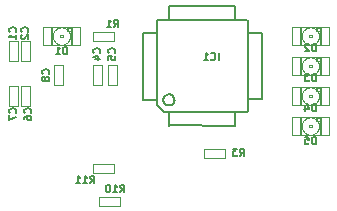
<source format=gbo>
G04 (created by PCBNEW-RS274X (2011-07-08)-stable) date Wed 23 Nov 2011 11:36:48 PM EST*
G01*
G70*
G90*
%MOIN*%
G04 Gerber Fmt 3.4, Leading zero omitted, Abs format*
%FSLAX34Y34*%
G04 APERTURE LIST*
%ADD10C,0.006000*%
%ADD11C,0.002600*%
%ADD12C,0.004000*%
%ADD13C,0.003000*%
%ADD14C,0.006300*%
G04 APERTURE END LIST*
G54D10*
G54D11*
X24061Y-30961D02*
X24139Y-30961D01*
X24139Y-30961D02*
X24139Y-31039D01*
X24061Y-31039D02*
X24139Y-31039D01*
X24061Y-30961D02*
X24061Y-31039D01*
X24277Y-30725D02*
X24414Y-30725D01*
X24414Y-30725D02*
X24414Y-30823D01*
X24277Y-30823D02*
X24414Y-30823D01*
X24277Y-30725D02*
X24277Y-30823D01*
X24414Y-30725D02*
X24454Y-30725D01*
X24454Y-30725D02*
X24454Y-31196D01*
X24414Y-31196D02*
X24454Y-31196D01*
X24414Y-30725D02*
X24414Y-31196D01*
X24414Y-31216D02*
X24454Y-31216D01*
X24454Y-31216D02*
X24454Y-31275D01*
X24414Y-31275D02*
X24454Y-31275D01*
X24414Y-31216D02*
X24414Y-31275D01*
X23746Y-30725D02*
X23786Y-30725D01*
X23786Y-30725D02*
X23786Y-31196D01*
X23746Y-31196D02*
X23786Y-31196D01*
X23746Y-30725D02*
X23746Y-31196D01*
X23746Y-31216D02*
X23786Y-31216D01*
X23786Y-31216D02*
X23786Y-31275D01*
X23746Y-31275D02*
X23786Y-31275D01*
X23746Y-31216D02*
X23746Y-31275D01*
X24277Y-30725D02*
X24336Y-30725D01*
X24336Y-30725D02*
X24336Y-30823D01*
X24277Y-30823D02*
X24336Y-30823D01*
X24277Y-30725D02*
X24277Y-30823D01*
G54D12*
X24710Y-30705D02*
X23490Y-30705D01*
X23490Y-30705D02*
X23490Y-31295D01*
X23490Y-31295D02*
X24710Y-31295D01*
X24710Y-31295D02*
X24710Y-30705D01*
X24315Y-30805D02*
X24297Y-30787D01*
X24278Y-30771D01*
X24257Y-30756D01*
X24235Y-30743D01*
X24212Y-30732D01*
X24188Y-30723D01*
X24164Y-30717D01*
X24139Y-30712D01*
X24114Y-30710D01*
X24089Y-30710D01*
X24064Y-30712D01*
X24039Y-30716D01*
X24014Y-30723D01*
X23991Y-30731D01*
X23967Y-30742D01*
X23945Y-30754D01*
X23925Y-30769D01*
X23905Y-30785D01*
X23887Y-30803D01*
X23886Y-30804D01*
X23885Y-30805D02*
X23869Y-30825D01*
X23854Y-30845D01*
X23842Y-30867D01*
X23831Y-30891D01*
X23823Y-30914D01*
X23816Y-30939D01*
X23812Y-30964D01*
X23810Y-30989D01*
X23810Y-31014D01*
X23812Y-31039D01*
X23817Y-31064D01*
X23823Y-31088D01*
X23832Y-31112D01*
X23843Y-31135D01*
X23856Y-31157D01*
X23871Y-31178D01*
X23885Y-31195D01*
X23885Y-31195D02*
X23903Y-31213D01*
X23922Y-31229D01*
X23943Y-31244D01*
X23965Y-31257D01*
X23988Y-31268D01*
X24012Y-31277D01*
X24036Y-31283D01*
X24061Y-31288D01*
X24086Y-31290D01*
X24111Y-31290D01*
X24136Y-31288D01*
X24161Y-31284D01*
X24186Y-31277D01*
X24209Y-31269D01*
X24233Y-31258D01*
X24255Y-31246D01*
X24275Y-31231D01*
X24295Y-31215D01*
X24313Y-31197D01*
X24314Y-31196D01*
X24315Y-31195D02*
X24331Y-31175D01*
X24346Y-31155D01*
X24358Y-31133D01*
X24369Y-31109D01*
X24377Y-31086D01*
X24384Y-31061D01*
X24388Y-31036D01*
X24390Y-31011D01*
X24390Y-30986D01*
X24388Y-30961D01*
X24383Y-30936D01*
X24377Y-30912D01*
X24368Y-30888D01*
X24357Y-30865D01*
X24344Y-30843D01*
X24329Y-30822D01*
X24315Y-30805D01*
G54D11*
X24061Y-29961D02*
X24139Y-29961D01*
X24139Y-29961D02*
X24139Y-30039D01*
X24061Y-30039D02*
X24139Y-30039D01*
X24061Y-29961D02*
X24061Y-30039D01*
X24277Y-29725D02*
X24414Y-29725D01*
X24414Y-29725D02*
X24414Y-29823D01*
X24277Y-29823D02*
X24414Y-29823D01*
X24277Y-29725D02*
X24277Y-29823D01*
X24414Y-29725D02*
X24454Y-29725D01*
X24454Y-29725D02*
X24454Y-30196D01*
X24414Y-30196D02*
X24454Y-30196D01*
X24414Y-29725D02*
X24414Y-30196D01*
X24414Y-30216D02*
X24454Y-30216D01*
X24454Y-30216D02*
X24454Y-30275D01*
X24414Y-30275D02*
X24454Y-30275D01*
X24414Y-30216D02*
X24414Y-30275D01*
X23746Y-29725D02*
X23786Y-29725D01*
X23786Y-29725D02*
X23786Y-30196D01*
X23746Y-30196D02*
X23786Y-30196D01*
X23746Y-29725D02*
X23746Y-30196D01*
X23746Y-30216D02*
X23786Y-30216D01*
X23786Y-30216D02*
X23786Y-30275D01*
X23746Y-30275D02*
X23786Y-30275D01*
X23746Y-30216D02*
X23746Y-30275D01*
X24277Y-29725D02*
X24336Y-29725D01*
X24336Y-29725D02*
X24336Y-29823D01*
X24277Y-29823D02*
X24336Y-29823D01*
X24277Y-29725D02*
X24277Y-29823D01*
G54D12*
X24710Y-29705D02*
X23490Y-29705D01*
X23490Y-29705D02*
X23490Y-30295D01*
X23490Y-30295D02*
X24710Y-30295D01*
X24710Y-30295D02*
X24710Y-29705D01*
X24315Y-29805D02*
X24297Y-29787D01*
X24278Y-29771D01*
X24257Y-29756D01*
X24235Y-29743D01*
X24212Y-29732D01*
X24188Y-29723D01*
X24164Y-29717D01*
X24139Y-29712D01*
X24114Y-29710D01*
X24089Y-29710D01*
X24064Y-29712D01*
X24039Y-29716D01*
X24014Y-29723D01*
X23991Y-29731D01*
X23967Y-29742D01*
X23945Y-29754D01*
X23925Y-29769D01*
X23905Y-29785D01*
X23887Y-29803D01*
X23886Y-29804D01*
X23885Y-29805D02*
X23869Y-29825D01*
X23854Y-29845D01*
X23842Y-29867D01*
X23831Y-29891D01*
X23823Y-29914D01*
X23816Y-29939D01*
X23812Y-29964D01*
X23810Y-29989D01*
X23810Y-30014D01*
X23812Y-30039D01*
X23817Y-30064D01*
X23823Y-30088D01*
X23832Y-30112D01*
X23843Y-30135D01*
X23856Y-30157D01*
X23871Y-30178D01*
X23885Y-30195D01*
X23885Y-30195D02*
X23903Y-30213D01*
X23922Y-30229D01*
X23943Y-30244D01*
X23965Y-30257D01*
X23988Y-30268D01*
X24012Y-30277D01*
X24036Y-30283D01*
X24061Y-30288D01*
X24086Y-30290D01*
X24111Y-30290D01*
X24136Y-30288D01*
X24161Y-30284D01*
X24186Y-30277D01*
X24209Y-30269D01*
X24233Y-30258D01*
X24255Y-30246D01*
X24275Y-30231D01*
X24295Y-30215D01*
X24313Y-30197D01*
X24314Y-30196D01*
X24315Y-30195D02*
X24331Y-30175D01*
X24346Y-30155D01*
X24358Y-30133D01*
X24369Y-30109D01*
X24377Y-30086D01*
X24384Y-30061D01*
X24388Y-30036D01*
X24390Y-30011D01*
X24390Y-29986D01*
X24388Y-29961D01*
X24383Y-29936D01*
X24377Y-29912D01*
X24368Y-29888D01*
X24357Y-29865D01*
X24344Y-29843D01*
X24329Y-29822D01*
X24315Y-29805D01*
G54D11*
X24061Y-28961D02*
X24139Y-28961D01*
X24139Y-28961D02*
X24139Y-29039D01*
X24061Y-29039D02*
X24139Y-29039D01*
X24061Y-28961D02*
X24061Y-29039D01*
X24277Y-28725D02*
X24414Y-28725D01*
X24414Y-28725D02*
X24414Y-28823D01*
X24277Y-28823D02*
X24414Y-28823D01*
X24277Y-28725D02*
X24277Y-28823D01*
X24414Y-28725D02*
X24454Y-28725D01*
X24454Y-28725D02*
X24454Y-29196D01*
X24414Y-29196D02*
X24454Y-29196D01*
X24414Y-28725D02*
X24414Y-29196D01*
X24414Y-29216D02*
X24454Y-29216D01*
X24454Y-29216D02*
X24454Y-29275D01*
X24414Y-29275D02*
X24454Y-29275D01*
X24414Y-29216D02*
X24414Y-29275D01*
X23746Y-28725D02*
X23786Y-28725D01*
X23786Y-28725D02*
X23786Y-29196D01*
X23746Y-29196D02*
X23786Y-29196D01*
X23746Y-28725D02*
X23746Y-29196D01*
X23746Y-29216D02*
X23786Y-29216D01*
X23786Y-29216D02*
X23786Y-29275D01*
X23746Y-29275D02*
X23786Y-29275D01*
X23746Y-29216D02*
X23746Y-29275D01*
X24277Y-28725D02*
X24336Y-28725D01*
X24336Y-28725D02*
X24336Y-28823D01*
X24277Y-28823D02*
X24336Y-28823D01*
X24277Y-28725D02*
X24277Y-28823D01*
G54D12*
X24710Y-28705D02*
X23490Y-28705D01*
X23490Y-28705D02*
X23490Y-29295D01*
X23490Y-29295D02*
X24710Y-29295D01*
X24710Y-29295D02*
X24710Y-28705D01*
X24315Y-28805D02*
X24297Y-28787D01*
X24278Y-28771D01*
X24257Y-28756D01*
X24235Y-28743D01*
X24212Y-28732D01*
X24188Y-28723D01*
X24164Y-28717D01*
X24139Y-28712D01*
X24114Y-28710D01*
X24089Y-28710D01*
X24064Y-28712D01*
X24039Y-28716D01*
X24014Y-28723D01*
X23991Y-28731D01*
X23967Y-28742D01*
X23945Y-28754D01*
X23925Y-28769D01*
X23905Y-28785D01*
X23887Y-28803D01*
X23886Y-28804D01*
X23885Y-28805D02*
X23869Y-28825D01*
X23854Y-28845D01*
X23842Y-28867D01*
X23831Y-28891D01*
X23823Y-28914D01*
X23816Y-28939D01*
X23812Y-28964D01*
X23810Y-28989D01*
X23810Y-29014D01*
X23812Y-29039D01*
X23817Y-29064D01*
X23823Y-29088D01*
X23832Y-29112D01*
X23843Y-29135D01*
X23856Y-29157D01*
X23871Y-29178D01*
X23885Y-29195D01*
X23885Y-29195D02*
X23903Y-29213D01*
X23922Y-29229D01*
X23943Y-29244D01*
X23965Y-29257D01*
X23988Y-29268D01*
X24012Y-29277D01*
X24036Y-29283D01*
X24061Y-29288D01*
X24086Y-29290D01*
X24111Y-29290D01*
X24136Y-29288D01*
X24161Y-29284D01*
X24186Y-29277D01*
X24209Y-29269D01*
X24233Y-29258D01*
X24255Y-29246D01*
X24275Y-29231D01*
X24295Y-29215D01*
X24313Y-29197D01*
X24314Y-29196D01*
X24315Y-29195D02*
X24331Y-29175D01*
X24346Y-29155D01*
X24358Y-29133D01*
X24369Y-29109D01*
X24377Y-29086D01*
X24384Y-29061D01*
X24388Y-29036D01*
X24390Y-29011D01*
X24390Y-28986D01*
X24388Y-28961D01*
X24383Y-28936D01*
X24377Y-28912D01*
X24368Y-28888D01*
X24357Y-28865D01*
X24344Y-28843D01*
X24329Y-28822D01*
X24315Y-28805D01*
G54D11*
X24061Y-27961D02*
X24139Y-27961D01*
X24139Y-27961D02*
X24139Y-28039D01*
X24061Y-28039D02*
X24139Y-28039D01*
X24061Y-27961D02*
X24061Y-28039D01*
X24277Y-27725D02*
X24414Y-27725D01*
X24414Y-27725D02*
X24414Y-27823D01*
X24277Y-27823D02*
X24414Y-27823D01*
X24277Y-27725D02*
X24277Y-27823D01*
X24414Y-27725D02*
X24454Y-27725D01*
X24454Y-27725D02*
X24454Y-28196D01*
X24414Y-28196D02*
X24454Y-28196D01*
X24414Y-27725D02*
X24414Y-28196D01*
X24414Y-28216D02*
X24454Y-28216D01*
X24454Y-28216D02*
X24454Y-28275D01*
X24414Y-28275D02*
X24454Y-28275D01*
X24414Y-28216D02*
X24414Y-28275D01*
X23746Y-27725D02*
X23786Y-27725D01*
X23786Y-27725D02*
X23786Y-28196D01*
X23746Y-28196D02*
X23786Y-28196D01*
X23746Y-27725D02*
X23746Y-28196D01*
X23746Y-28216D02*
X23786Y-28216D01*
X23786Y-28216D02*
X23786Y-28275D01*
X23746Y-28275D02*
X23786Y-28275D01*
X23746Y-28216D02*
X23746Y-28275D01*
X24277Y-27725D02*
X24336Y-27725D01*
X24336Y-27725D02*
X24336Y-27823D01*
X24277Y-27823D02*
X24336Y-27823D01*
X24277Y-27725D02*
X24277Y-27823D01*
G54D12*
X24710Y-27705D02*
X23490Y-27705D01*
X23490Y-27705D02*
X23490Y-28295D01*
X23490Y-28295D02*
X24710Y-28295D01*
X24710Y-28295D02*
X24710Y-27705D01*
X24315Y-27805D02*
X24297Y-27787D01*
X24278Y-27771D01*
X24257Y-27756D01*
X24235Y-27743D01*
X24212Y-27732D01*
X24188Y-27723D01*
X24164Y-27717D01*
X24139Y-27712D01*
X24114Y-27710D01*
X24089Y-27710D01*
X24064Y-27712D01*
X24039Y-27716D01*
X24014Y-27723D01*
X23991Y-27731D01*
X23967Y-27742D01*
X23945Y-27754D01*
X23925Y-27769D01*
X23905Y-27785D01*
X23887Y-27803D01*
X23886Y-27804D01*
X23885Y-27805D02*
X23869Y-27825D01*
X23854Y-27845D01*
X23842Y-27867D01*
X23831Y-27891D01*
X23823Y-27914D01*
X23816Y-27939D01*
X23812Y-27964D01*
X23810Y-27989D01*
X23810Y-28014D01*
X23812Y-28039D01*
X23817Y-28064D01*
X23823Y-28088D01*
X23832Y-28112D01*
X23843Y-28135D01*
X23856Y-28157D01*
X23871Y-28178D01*
X23885Y-28195D01*
X23885Y-28195D02*
X23903Y-28213D01*
X23922Y-28229D01*
X23943Y-28244D01*
X23965Y-28257D01*
X23988Y-28268D01*
X24012Y-28277D01*
X24036Y-28283D01*
X24061Y-28288D01*
X24086Y-28290D01*
X24111Y-28290D01*
X24136Y-28288D01*
X24161Y-28284D01*
X24186Y-28277D01*
X24209Y-28269D01*
X24233Y-28258D01*
X24255Y-28246D01*
X24275Y-28231D01*
X24295Y-28215D01*
X24313Y-28197D01*
X24314Y-28196D01*
X24315Y-28195D02*
X24331Y-28175D01*
X24346Y-28155D01*
X24358Y-28133D01*
X24369Y-28109D01*
X24377Y-28086D01*
X24384Y-28061D01*
X24388Y-28036D01*
X24390Y-28011D01*
X24390Y-27986D01*
X24388Y-27961D01*
X24383Y-27936D01*
X24377Y-27912D01*
X24368Y-27888D01*
X24357Y-27865D01*
X24344Y-27843D01*
X24329Y-27822D01*
X24315Y-27805D01*
G54D11*
X15761Y-27961D02*
X15839Y-27961D01*
X15839Y-27961D02*
X15839Y-28039D01*
X15761Y-28039D02*
X15839Y-28039D01*
X15761Y-27961D02*
X15761Y-28039D01*
X15977Y-27725D02*
X16114Y-27725D01*
X16114Y-27725D02*
X16114Y-27823D01*
X15977Y-27823D02*
X16114Y-27823D01*
X15977Y-27725D02*
X15977Y-27823D01*
X16114Y-27725D02*
X16154Y-27725D01*
X16154Y-27725D02*
X16154Y-28196D01*
X16114Y-28196D02*
X16154Y-28196D01*
X16114Y-27725D02*
X16114Y-28196D01*
X16114Y-28216D02*
X16154Y-28216D01*
X16154Y-28216D02*
X16154Y-28275D01*
X16114Y-28275D02*
X16154Y-28275D01*
X16114Y-28216D02*
X16114Y-28275D01*
X15446Y-27725D02*
X15486Y-27725D01*
X15486Y-27725D02*
X15486Y-28196D01*
X15446Y-28196D02*
X15486Y-28196D01*
X15446Y-27725D02*
X15446Y-28196D01*
X15446Y-28216D02*
X15486Y-28216D01*
X15486Y-28216D02*
X15486Y-28275D01*
X15446Y-28275D02*
X15486Y-28275D01*
X15446Y-28216D02*
X15446Y-28275D01*
X15977Y-27725D02*
X16036Y-27725D01*
X16036Y-27725D02*
X16036Y-27823D01*
X15977Y-27823D02*
X16036Y-27823D01*
X15977Y-27725D02*
X15977Y-27823D01*
G54D12*
X16410Y-27705D02*
X15190Y-27705D01*
X15190Y-27705D02*
X15190Y-28295D01*
X15190Y-28295D02*
X16410Y-28295D01*
X16410Y-28295D02*
X16410Y-27705D01*
X16015Y-27805D02*
X15997Y-27787D01*
X15978Y-27771D01*
X15957Y-27756D01*
X15935Y-27743D01*
X15912Y-27732D01*
X15888Y-27723D01*
X15864Y-27717D01*
X15839Y-27712D01*
X15814Y-27710D01*
X15789Y-27710D01*
X15764Y-27712D01*
X15739Y-27716D01*
X15714Y-27723D01*
X15691Y-27731D01*
X15667Y-27742D01*
X15645Y-27754D01*
X15625Y-27769D01*
X15605Y-27785D01*
X15587Y-27803D01*
X15586Y-27804D01*
X15585Y-27805D02*
X15569Y-27825D01*
X15554Y-27845D01*
X15542Y-27867D01*
X15531Y-27891D01*
X15523Y-27914D01*
X15516Y-27939D01*
X15512Y-27964D01*
X15510Y-27989D01*
X15510Y-28014D01*
X15512Y-28039D01*
X15517Y-28064D01*
X15523Y-28088D01*
X15532Y-28112D01*
X15543Y-28135D01*
X15556Y-28157D01*
X15571Y-28178D01*
X15585Y-28195D01*
X15585Y-28195D02*
X15603Y-28213D01*
X15622Y-28229D01*
X15643Y-28244D01*
X15665Y-28257D01*
X15688Y-28268D01*
X15712Y-28277D01*
X15736Y-28283D01*
X15761Y-28288D01*
X15786Y-28290D01*
X15811Y-28290D01*
X15836Y-28288D01*
X15861Y-28284D01*
X15886Y-28277D01*
X15909Y-28269D01*
X15933Y-28258D01*
X15955Y-28246D01*
X15975Y-28231D01*
X15995Y-28215D01*
X16013Y-28197D01*
X16014Y-28196D01*
X16015Y-28195D02*
X16031Y-28175D01*
X16046Y-28155D01*
X16058Y-28133D01*
X16069Y-28109D01*
X16077Y-28086D01*
X16084Y-28061D01*
X16088Y-28036D01*
X16090Y-28011D01*
X16090Y-27986D01*
X16088Y-27961D01*
X16083Y-27936D01*
X16077Y-27912D01*
X16068Y-27888D01*
X16057Y-27865D01*
X16044Y-27843D01*
X16029Y-27822D01*
X16015Y-27805D01*
G54D13*
X17747Y-33648D02*
X17053Y-33648D01*
X17747Y-33352D02*
X17053Y-33352D01*
X17747Y-33352D02*
X17747Y-33648D01*
X17053Y-33352D02*
X17053Y-33648D01*
X21247Y-32048D02*
X20553Y-32048D01*
X21247Y-31752D02*
X20553Y-31752D01*
X21247Y-31752D02*
X21247Y-32048D01*
X20553Y-31752D02*
X20553Y-32048D01*
X16853Y-27852D02*
X17547Y-27852D01*
X16853Y-28148D02*
X17547Y-28148D01*
X16853Y-28148D02*
X16853Y-27852D01*
X17547Y-28148D02*
X17547Y-27852D01*
X15552Y-29647D02*
X15552Y-28953D01*
X15848Y-29647D02*
X15848Y-28953D01*
X15848Y-29647D02*
X15552Y-29647D01*
X15848Y-28953D02*
X15552Y-28953D01*
X14052Y-30347D02*
X14052Y-29653D01*
X14348Y-30347D02*
X14348Y-29653D01*
X14348Y-30347D02*
X14052Y-30347D01*
X14348Y-29653D02*
X14052Y-29653D01*
X14452Y-30347D02*
X14452Y-29653D01*
X14748Y-30347D02*
X14748Y-29653D01*
X14748Y-30347D02*
X14452Y-30347D01*
X14748Y-29653D02*
X14452Y-29653D01*
X17352Y-29647D02*
X17352Y-28953D01*
X17648Y-29647D02*
X17648Y-28953D01*
X17648Y-29647D02*
X17352Y-29647D01*
X17648Y-28953D02*
X17352Y-28953D01*
X16852Y-29647D02*
X16852Y-28953D01*
X17148Y-29647D02*
X17148Y-28953D01*
X17148Y-29647D02*
X16852Y-29647D01*
X17148Y-28953D02*
X16852Y-28953D01*
X14748Y-28153D02*
X14748Y-28847D01*
X14452Y-28153D02*
X14452Y-28847D01*
X14452Y-28153D02*
X14748Y-28153D01*
X14452Y-28847D02*
X14748Y-28847D01*
X14348Y-28153D02*
X14348Y-28847D01*
X14052Y-28153D02*
X14052Y-28847D01*
X14052Y-28153D02*
X14348Y-28153D01*
X14052Y-28847D02*
X14348Y-28847D01*
G54D10*
X22480Y-27910D02*
X22030Y-27910D01*
X22480Y-30090D02*
X22040Y-30090D01*
X22480Y-27910D02*
X22480Y-30090D01*
X21600Y-27440D02*
X21600Y-27010D01*
X19390Y-27430D02*
X19390Y-27010D01*
X19380Y-27010D02*
X21600Y-27000D01*
X19400Y-30980D02*
X21570Y-30990D01*
X18970Y-30290D02*
X18970Y-27460D01*
X21580Y-30980D02*
X21580Y-30570D01*
X19220Y-30530D02*
X22000Y-30530D01*
X22020Y-27450D02*
X22020Y-30490D01*
X18970Y-27450D02*
X21970Y-27450D01*
X18520Y-30120D02*
X18520Y-27900D01*
X18520Y-27900D02*
X18970Y-27900D01*
X18974Y-30300D02*
X19204Y-30530D01*
X18522Y-30120D02*
X18974Y-30120D01*
X19400Y-30530D02*
X19400Y-30982D01*
X19570Y-30126D02*
X19566Y-30162D01*
X19555Y-30197D01*
X19538Y-30230D01*
X19515Y-30258D01*
X19487Y-30281D01*
X19454Y-30299D01*
X19419Y-30310D01*
X19383Y-30313D01*
X19347Y-30310D01*
X19312Y-30300D01*
X19280Y-30283D01*
X19251Y-30260D01*
X19227Y-30232D01*
X19210Y-30200D01*
X19199Y-30165D01*
X19195Y-30128D01*
X19198Y-30093D01*
X19208Y-30057D01*
X19224Y-30025D01*
X19247Y-29996D01*
X19275Y-29972D01*
X19307Y-29954D01*
X19342Y-29943D01*
X19379Y-29939D01*
X19414Y-29941D01*
X19449Y-29951D01*
X19482Y-29968D01*
X19511Y-29990D01*
X19535Y-30018D01*
X19553Y-30050D01*
X19565Y-30085D01*
X19569Y-30121D01*
X19570Y-30126D01*
G54D13*
X16853Y-32252D02*
X17547Y-32252D01*
X16853Y-32548D02*
X17547Y-32548D01*
X16853Y-32548D02*
X16853Y-32252D01*
X17547Y-32548D02*
X17547Y-32252D01*
G54D10*
X24284Y-31601D02*
X24284Y-31351D01*
X24225Y-31351D01*
X24189Y-31363D01*
X24165Y-31387D01*
X24154Y-31411D01*
X24142Y-31458D01*
X24142Y-31494D01*
X24154Y-31542D01*
X24165Y-31565D01*
X24189Y-31589D01*
X24225Y-31601D01*
X24284Y-31601D01*
X23915Y-31351D02*
X24034Y-31351D01*
X24046Y-31470D01*
X24034Y-31458D01*
X24011Y-31446D01*
X23951Y-31446D01*
X23927Y-31458D01*
X23915Y-31470D01*
X23904Y-31494D01*
X23904Y-31554D01*
X23915Y-31577D01*
X23927Y-31589D01*
X23951Y-31601D01*
X24011Y-31601D01*
X24034Y-31589D01*
X24046Y-31577D01*
X24284Y-30501D02*
X24284Y-30251D01*
X24225Y-30251D01*
X24189Y-30263D01*
X24165Y-30287D01*
X24154Y-30311D01*
X24142Y-30358D01*
X24142Y-30394D01*
X24154Y-30442D01*
X24165Y-30465D01*
X24189Y-30489D01*
X24225Y-30501D01*
X24284Y-30501D01*
X23927Y-30335D02*
X23927Y-30501D01*
X23987Y-30239D02*
X24046Y-30418D01*
X23892Y-30418D01*
X24284Y-29501D02*
X24284Y-29251D01*
X24225Y-29251D01*
X24189Y-29263D01*
X24165Y-29287D01*
X24154Y-29311D01*
X24142Y-29358D01*
X24142Y-29394D01*
X24154Y-29442D01*
X24165Y-29465D01*
X24189Y-29489D01*
X24225Y-29501D01*
X24284Y-29501D01*
X24058Y-29251D02*
X23904Y-29251D01*
X23987Y-29346D01*
X23951Y-29346D01*
X23927Y-29358D01*
X23915Y-29370D01*
X23904Y-29394D01*
X23904Y-29454D01*
X23915Y-29477D01*
X23927Y-29489D01*
X23951Y-29501D01*
X24023Y-29501D01*
X24046Y-29489D01*
X24058Y-29477D01*
X24284Y-28501D02*
X24284Y-28251D01*
X24225Y-28251D01*
X24189Y-28263D01*
X24165Y-28287D01*
X24154Y-28311D01*
X24142Y-28358D01*
X24142Y-28394D01*
X24154Y-28442D01*
X24165Y-28465D01*
X24189Y-28489D01*
X24225Y-28501D01*
X24284Y-28501D01*
X24046Y-28275D02*
X24034Y-28263D01*
X24011Y-28251D01*
X23951Y-28251D01*
X23927Y-28263D01*
X23915Y-28275D01*
X23904Y-28299D01*
X23904Y-28323D01*
X23915Y-28358D01*
X24058Y-28501D01*
X23904Y-28501D01*
X15984Y-28601D02*
X15984Y-28351D01*
X15925Y-28351D01*
X15889Y-28363D01*
X15865Y-28387D01*
X15854Y-28411D01*
X15842Y-28458D01*
X15842Y-28494D01*
X15854Y-28542D01*
X15865Y-28565D01*
X15889Y-28589D01*
X15925Y-28601D01*
X15984Y-28601D01*
X15604Y-28601D02*
X15746Y-28601D01*
X15675Y-28601D02*
X15675Y-28351D01*
X15699Y-28387D01*
X15723Y-28411D01*
X15746Y-28423D01*
X17761Y-33201D02*
X17844Y-33082D01*
X17903Y-33201D02*
X17903Y-32951D01*
X17808Y-32951D01*
X17784Y-32963D01*
X17773Y-32975D01*
X17761Y-32999D01*
X17761Y-33035D01*
X17773Y-33058D01*
X17784Y-33070D01*
X17808Y-33082D01*
X17903Y-33082D01*
X17523Y-33201D02*
X17665Y-33201D01*
X17594Y-33201D02*
X17594Y-32951D01*
X17618Y-32987D01*
X17642Y-33011D01*
X17665Y-33023D01*
X17368Y-32951D02*
X17344Y-32951D01*
X17320Y-32963D01*
X17308Y-32975D01*
X17296Y-32999D01*
X17285Y-33046D01*
X17285Y-33106D01*
X17296Y-33154D01*
X17308Y-33177D01*
X17320Y-33189D01*
X17344Y-33201D01*
X17368Y-33201D01*
X17392Y-33189D01*
X17404Y-33177D01*
X17415Y-33154D01*
X17427Y-33106D01*
X17427Y-33046D01*
X17415Y-32999D01*
X17404Y-32975D01*
X17392Y-32963D01*
X17368Y-32951D01*
X21742Y-32001D02*
X21825Y-31882D01*
X21884Y-32001D02*
X21884Y-31751D01*
X21789Y-31751D01*
X21765Y-31763D01*
X21754Y-31775D01*
X21742Y-31799D01*
X21742Y-31835D01*
X21754Y-31858D01*
X21765Y-31870D01*
X21789Y-31882D01*
X21884Y-31882D01*
X21658Y-31751D02*
X21504Y-31751D01*
X21587Y-31846D01*
X21551Y-31846D01*
X21527Y-31858D01*
X21515Y-31870D01*
X21504Y-31894D01*
X21504Y-31954D01*
X21515Y-31977D01*
X21527Y-31989D01*
X21551Y-32001D01*
X21623Y-32001D01*
X21646Y-31989D01*
X21658Y-31977D01*
X17542Y-27701D02*
X17625Y-27582D01*
X17684Y-27701D02*
X17684Y-27451D01*
X17589Y-27451D01*
X17565Y-27463D01*
X17554Y-27475D01*
X17542Y-27499D01*
X17542Y-27535D01*
X17554Y-27558D01*
X17565Y-27570D01*
X17589Y-27582D01*
X17684Y-27582D01*
X17304Y-27701D02*
X17446Y-27701D01*
X17375Y-27701D02*
X17375Y-27451D01*
X17399Y-27487D01*
X17423Y-27511D01*
X17446Y-27523D01*
X15377Y-29258D02*
X15389Y-29246D01*
X15401Y-29211D01*
X15401Y-29187D01*
X15389Y-29151D01*
X15365Y-29127D01*
X15342Y-29116D01*
X15294Y-29104D01*
X15258Y-29104D01*
X15211Y-29116D01*
X15187Y-29127D01*
X15163Y-29151D01*
X15151Y-29187D01*
X15151Y-29211D01*
X15163Y-29246D01*
X15175Y-29258D01*
X15258Y-29401D02*
X15246Y-29377D01*
X15235Y-29366D01*
X15211Y-29354D01*
X15199Y-29354D01*
X15175Y-29366D01*
X15163Y-29377D01*
X15151Y-29401D01*
X15151Y-29449D01*
X15163Y-29473D01*
X15175Y-29485D01*
X15199Y-29496D01*
X15211Y-29496D01*
X15235Y-29485D01*
X15246Y-29473D01*
X15258Y-29449D01*
X15258Y-29401D01*
X15270Y-29377D01*
X15282Y-29366D01*
X15306Y-29354D01*
X15354Y-29354D01*
X15377Y-29366D01*
X15389Y-29377D01*
X15401Y-29401D01*
X15401Y-29449D01*
X15389Y-29473D01*
X15377Y-29485D01*
X15354Y-29496D01*
X15306Y-29496D01*
X15282Y-29485D01*
X15270Y-29473D01*
X15258Y-29449D01*
X14277Y-30558D02*
X14289Y-30546D01*
X14301Y-30511D01*
X14301Y-30487D01*
X14289Y-30451D01*
X14265Y-30427D01*
X14242Y-30416D01*
X14194Y-30404D01*
X14158Y-30404D01*
X14111Y-30416D01*
X14087Y-30427D01*
X14063Y-30451D01*
X14051Y-30487D01*
X14051Y-30511D01*
X14063Y-30546D01*
X14075Y-30558D01*
X14051Y-30642D02*
X14051Y-30808D01*
X14301Y-30701D01*
X14777Y-30558D02*
X14789Y-30546D01*
X14801Y-30511D01*
X14801Y-30487D01*
X14789Y-30451D01*
X14765Y-30427D01*
X14742Y-30416D01*
X14694Y-30404D01*
X14658Y-30404D01*
X14611Y-30416D01*
X14587Y-30427D01*
X14563Y-30451D01*
X14551Y-30487D01*
X14551Y-30511D01*
X14563Y-30546D01*
X14575Y-30558D01*
X14551Y-30773D02*
X14551Y-30725D01*
X14563Y-30701D01*
X14575Y-30689D01*
X14611Y-30666D01*
X14658Y-30654D01*
X14754Y-30654D01*
X14777Y-30666D01*
X14789Y-30677D01*
X14801Y-30701D01*
X14801Y-30749D01*
X14789Y-30773D01*
X14777Y-30785D01*
X14754Y-30796D01*
X14694Y-30796D01*
X14670Y-30785D01*
X14658Y-30773D01*
X14646Y-30749D01*
X14646Y-30701D01*
X14658Y-30677D01*
X14670Y-30666D01*
X14694Y-30654D01*
X17577Y-28558D02*
X17589Y-28546D01*
X17601Y-28511D01*
X17601Y-28487D01*
X17589Y-28451D01*
X17565Y-28427D01*
X17542Y-28416D01*
X17494Y-28404D01*
X17458Y-28404D01*
X17411Y-28416D01*
X17387Y-28427D01*
X17363Y-28451D01*
X17351Y-28487D01*
X17351Y-28511D01*
X17363Y-28546D01*
X17375Y-28558D01*
X17351Y-28785D02*
X17351Y-28666D01*
X17470Y-28654D01*
X17458Y-28666D01*
X17446Y-28689D01*
X17446Y-28749D01*
X17458Y-28773D01*
X17470Y-28785D01*
X17494Y-28796D01*
X17554Y-28796D01*
X17577Y-28785D01*
X17589Y-28773D01*
X17601Y-28749D01*
X17601Y-28689D01*
X17589Y-28666D01*
X17577Y-28654D01*
X17077Y-28558D02*
X17089Y-28546D01*
X17101Y-28511D01*
X17101Y-28487D01*
X17089Y-28451D01*
X17065Y-28427D01*
X17042Y-28416D01*
X16994Y-28404D01*
X16958Y-28404D01*
X16911Y-28416D01*
X16887Y-28427D01*
X16863Y-28451D01*
X16851Y-28487D01*
X16851Y-28511D01*
X16863Y-28546D01*
X16875Y-28558D01*
X16935Y-28773D02*
X17101Y-28773D01*
X16839Y-28713D02*
X17018Y-28654D01*
X17018Y-28808D01*
X14677Y-27858D02*
X14689Y-27846D01*
X14701Y-27811D01*
X14701Y-27787D01*
X14689Y-27751D01*
X14665Y-27727D01*
X14642Y-27716D01*
X14594Y-27704D01*
X14558Y-27704D01*
X14511Y-27716D01*
X14487Y-27727D01*
X14463Y-27751D01*
X14451Y-27787D01*
X14451Y-27811D01*
X14463Y-27846D01*
X14475Y-27858D01*
X14475Y-27954D02*
X14463Y-27966D01*
X14451Y-27989D01*
X14451Y-28049D01*
X14463Y-28073D01*
X14475Y-28085D01*
X14499Y-28096D01*
X14523Y-28096D01*
X14558Y-28085D01*
X14701Y-27942D01*
X14701Y-28096D01*
X14277Y-27858D02*
X14289Y-27846D01*
X14301Y-27811D01*
X14301Y-27787D01*
X14289Y-27751D01*
X14265Y-27727D01*
X14242Y-27716D01*
X14194Y-27704D01*
X14158Y-27704D01*
X14111Y-27716D01*
X14087Y-27727D01*
X14063Y-27751D01*
X14051Y-27787D01*
X14051Y-27811D01*
X14063Y-27846D01*
X14075Y-27858D01*
X14301Y-28096D02*
X14301Y-27954D01*
X14301Y-28025D02*
X14051Y-28025D01*
X14087Y-28001D01*
X14111Y-27977D01*
X14123Y-27954D01*
G54D14*
X21043Y-28801D02*
X21043Y-28551D01*
X20782Y-28777D02*
X20794Y-28789D01*
X20829Y-28801D01*
X20853Y-28801D01*
X20889Y-28789D01*
X20913Y-28765D01*
X20924Y-28742D01*
X20936Y-28694D01*
X20936Y-28658D01*
X20924Y-28611D01*
X20913Y-28587D01*
X20889Y-28563D01*
X20853Y-28551D01*
X20829Y-28551D01*
X20794Y-28563D01*
X20782Y-28575D01*
X20544Y-28801D02*
X20686Y-28801D01*
X20615Y-28801D02*
X20615Y-28551D01*
X20639Y-28587D01*
X20663Y-28611D01*
X20686Y-28623D01*
G54D10*
X16761Y-32901D02*
X16844Y-32782D01*
X16903Y-32901D02*
X16903Y-32651D01*
X16808Y-32651D01*
X16784Y-32663D01*
X16773Y-32675D01*
X16761Y-32699D01*
X16761Y-32735D01*
X16773Y-32758D01*
X16784Y-32770D01*
X16808Y-32782D01*
X16903Y-32782D01*
X16523Y-32901D02*
X16665Y-32901D01*
X16594Y-32901D02*
X16594Y-32651D01*
X16618Y-32687D01*
X16642Y-32711D01*
X16665Y-32723D01*
X16285Y-32901D02*
X16427Y-32901D01*
X16356Y-32901D02*
X16356Y-32651D01*
X16380Y-32687D01*
X16404Y-32711D01*
X16427Y-32723D01*
M02*

</source>
